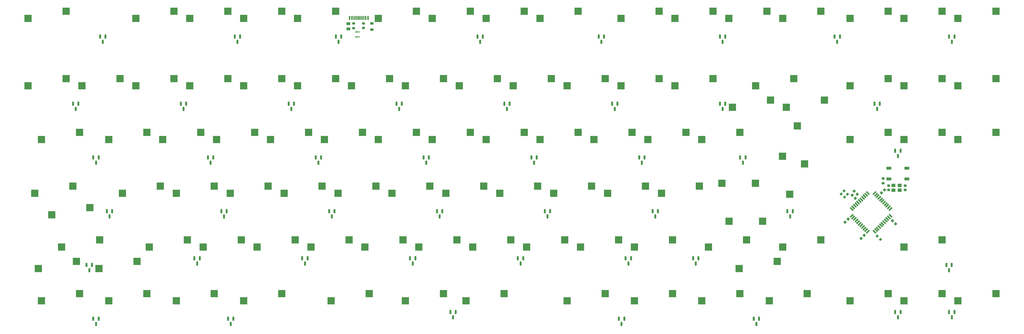
<source format=gbr>
%TF.GenerationSoftware,KiCad,Pcbnew,(6.0.4-0)*%
%TF.CreationDate,2022-05-31T11:41:51+03:00*%
%TF.ProjectId,Supernova_Hotswap,53757065-726e-46f7-9661-5f486f747377,rev?*%
%TF.SameCoordinates,Original*%
%TF.FileFunction,Paste,Bot*%
%TF.FilePolarity,Positive*%
%FSLAX46Y46*%
G04 Gerber Fmt 4.6, Leading zero omitted, Abs format (unit mm)*
G04 Created by KiCad (PCBNEW (6.0.4-0)) date 2022-05-31 11:41:51*
%MOMM*%
%LPD*%
G01*
G04 APERTURE LIST*
G04 Aperture macros list*
%AMRoundRect*
0 Rectangle with rounded corners*
0 $1 Rounding radius*
0 $2 $3 $4 $5 $6 $7 $8 $9 X,Y pos of 4 corners*
0 Add a 4 corners polygon primitive as box body*
4,1,4,$2,$3,$4,$5,$6,$7,$8,$9,$2,$3,0*
0 Add four circle primitives for the rounded corners*
1,1,$1+$1,$2,$3*
1,1,$1+$1,$4,$5*
1,1,$1+$1,$6,$7*
1,1,$1+$1,$8,$9*
0 Add four rect primitives between the rounded corners*
20,1,$1+$1,$2,$3,$4,$5,0*
20,1,$1+$1,$4,$5,$6,$7,0*
20,1,$1+$1,$6,$7,$8,$9,0*
20,1,$1+$1,$8,$9,$2,$3,0*%
%AMRotRect*
0 Rectangle, with rotation*
0 The origin of the aperture is its center*
0 $1 length*
0 $2 width*
0 $3 Rotation angle, in degrees counterclockwise*
0 Add horizontal line*
21,1,$1,$2,0,0,$3*%
G04 Aperture macros list end*
%ADD10RoundRect,0.150000X-0.150000X0.587500X-0.150000X-0.587500X0.150000X-0.587500X0.150000X0.587500X0*%
%ADD11R,2.550000X2.500000*%
%ADD12R,2.500000X2.550000*%
%ADD13R,0.375000X0.500000*%
%ADD14R,0.300000X0.650000*%
%ADD15RoundRect,0.200000X0.275000X-0.200000X0.275000X0.200000X-0.275000X0.200000X-0.275000X-0.200000X0*%
%ADD16RoundRect,0.200000X-0.335876X-0.053033X-0.053033X-0.335876X0.335876X0.053033X0.053033X0.335876X0*%
%ADD17R,0.600000X1.450000*%
%ADD18R,0.300000X1.450000*%
%ADD19RoundRect,0.200000X0.335876X0.053033X0.053033X0.335876X-0.335876X-0.053033X-0.053033X-0.335876X0*%
%ADD20RoundRect,0.225000X-0.335876X-0.017678X-0.017678X-0.335876X0.335876X0.017678X0.017678X0.335876X0*%
%ADD21RoundRect,0.218750X-0.381250X0.218750X-0.381250X-0.218750X0.381250X-0.218750X0.381250X0.218750X0*%
%ADD22RoundRect,0.200000X-0.275000X0.200000X-0.275000X-0.200000X0.275000X-0.200000X0.275000X0.200000X0*%
%ADD23RoundRect,0.225000X0.335876X0.017678X0.017678X0.335876X-0.335876X-0.017678X-0.017678X-0.335876X0*%
%ADD24RoundRect,0.225000X-0.017678X0.335876X-0.335876X0.017678X0.017678X-0.335876X0.335876X-0.017678X0*%
%ADD25RotRect,1.500000X0.550000X315.000000*%
%ADD26RotRect,1.500000X0.550000X225.000000*%
%ADD27RoundRect,0.225000X0.017678X-0.335876X0.335876X-0.017678X-0.017678X0.335876X-0.335876X0.017678X0*%
%ADD28RoundRect,0.225000X-0.250000X0.225000X-0.250000X-0.225000X0.250000X-0.225000X0.250000X0.225000X0*%
%ADD29RoundRect,0.225000X0.250000X-0.225000X0.250000X0.225000X-0.250000X0.225000X-0.250000X-0.225000X0*%
%ADD30RoundRect,0.243750X0.456250X-0.243750X0.456250X0.243750X-0.456250X0.243750X-0.456250X-0.243750X0*%
%ADD31R,1.400000X1.200000*%
%ADD32R,1.700000X1.000000*%
G04 APERTURE END LIST*
D10*
%TO.C,KD18*%
X96681250Y-84787500D03*
X98581250Y-84787500D03*
X97631250Y-86662500D03*
%TD*%
D11*
%TO.C,K10*%
X242671250Y-35560000D03*
X256121250Y-33020000D03*
%TD*%
D12*
%TO.C,K63*%
X280828750Y-107372500D03*
X278288750Y-93922500D03*
%TD*%
D11*
%TO.C,K49*%
X342683750Y-78422500D03*
X356133750Y-75882500D03*
%TD*%
D13*
%TO.C,U2*%
X148960150Y-40323400D03*
D14*
X149497650Y-40248400D03*
D13*
X150035150Y-40323400D03*
X150035150Y-42023400D03*
D14*
X149497650Y-42098400D03*
D13*
X148960150Y-42023400D03*
%TD*%
D11*
%TO.C,K61*%
X237908750Y-97472500D03*
X251358750Y-94932500D03*
%TD*%
D10*
%TO.C,KD15*%
X277656250Y-65737500D03*
X279556250Y-65737500D03*
X278606250Y-67612500D03*
%TD*%
D11*
%TO.C,K24*%
X166471250Y-59372500D03*
X179921250Y-56832500D03*
%TD*%
D12*
%TO.C,K63a1*%
X292735000Y-107372500D03*
X290195000Y-93922500D03*
%TD*%
D10*
%TO.C,KD29*%
X215743750Y-103837500D03*
X217643750Y-103837500D03*
X216693750Y-105712500D03*
%TD*%
D11*
%TO.C,K80*%
X37883750Y-135572500D03*
X51333750Y-133032500D03*
%TD*%
D12*
%TO.C,K47*%
X304958750Y-73602500D03*
X307498750Y-87052500D03*
%TD*%
D10*
%TO.C,KD45*%
X289562500Y-141937500D03*
X291462500Y-141937500D03*
X290512500Y-143812500D03*
%TD*%
D15*
%TO.C,R1*%
X148227650Y-38975800D03*
X148227650Y-37325800D03*
%TD*%
D11*
%TO.C,K57*%
X161708750Y-97472500D03*
X175158750Y-94932500D03*
%TD*%
%TO.C,K43*%
X214096250Y-78422500D03*
X227546250Y-75882500D03*
%TD*%
D16*
%TO.C,R4*%
X321543087Y-96665637D03*
X322709813Y-97832363D03*
%TD*%
D11*
%TO.C,K52*%
X66458750Y-97472500D03*
X79908750Y-94932500D03*
%TD*%
%TO.C,K90*%
X323633750Y-135572500D03*
X337083750Y-133032500D03*
%TD*%
%TO.C,K85*%
X187902500Y-135572500D03*
X201352500Y-133032500D03*
%TD*%
%TO.C,K46*%
X271246250Y-78422500D03*
X284696250Y-75882500D03*
%TD*%
D10*
%TO.C,KD32*%
X358618750Y-139556250D03*
X360518750Y-139556250D03*
X359568750Y-141431250D03*
%TD*%
%TO.C,KD22*%
X249081250Y-84787500D03*
X250981250Y-84787500D03*
X250031250Y-86662500D03*
%TD*%
%TO.C,KD44*%
X241937500Y-141937500D03*
X243837500Y-141937500D03*
X242887500Y-143812500D03*
%TD*%
D11*
%TO.C,K84a1*%
X166471250Y-135572500D03*
X179921250Y-133032500D03*
%TD*%
%TO.C,K54*%
X104558750Y-97472500D03*
X118008750Y-94932500D03*
%TD*%
D17*
%TO.C,J1*%
X146768750Y-35362000D03*
X147568750Y-35362000D03*
D18*
X148768750Y-35362000D03*
X149768750Y-35362000D03*
X150268750Y-35362000D03*
X151268750Y-35362000D03*
D17*
X152468750Y-35362000D03*
X153268750Y-35362000D03*
X153268750Y-35362000D03*
X152468750Y-35362000D03*
D18*
X151768750Y-35362000D03*
X150768750Y-35362000D03*
X149268750Y-35362000D03*
X148268750Y-35362000D03*
D17*
X147568750Y-35362000D03*
X146768750Y-35362000D03*
%TD*%
D11*
%TO.C,K30a1*%
X290296250Y-59372500D03*
X303746250Y-56832500D03*
%TD*%
D19*
%TO.C,R5*%
X321659813Y-98882363D03*
X320493087Y-97715637D03*
%TD*%
D10*
%TO.C,KD5*%
X234793750Y-41925000D03*
X236693750Y-41925000D03*
X235743750Y-43800000D03*
%TD*%
D11*
%TO.C,K20*%
X90271250Y-59372500D03*
X103721250Y-56832500D03*
%TD*%
%TO.C,K15*%
X342683750Y-35560000D03*
X356133750Y-33020000D03*
%TD*%
D10*
%TO.C,KD7*%
X318137500Y-41925000D03*
X320037500Y-41925000D03*
X319087500Y-43800000D03*
%TD*%
%TO.C,KD26*%
X101443750Y-103837500D03*
X103343750Y-103837500D03*
X102393750Y-105712500D03*
%TD*%
D11*
%TO.C,K40*%
X156946250Y-78422500D03*
X170396250Y-75882500D03*
%TD*%
D20*
%TO.C,C3*%
X338611842Y-107249592D03*
X339707858Y-108345608D03*
%TD*%
D11*
%TO.C,K11*%
X261721250Y-35560000D03*
X275171250Y-33020000D03*
%TD*%
%TO.C,K69*%
X114083750Y-116522500D03*
X127533750Y-113982500D03*
%TD*%
%TO.C,K81*%
X61696250Y-135572500D03*
X75146250Y-133032500D03*
%TD*%
%TO.C,K1*%
X33121250Y-35560000D03*
X46571250Y-33020000D03*
%TD*%
%TO.C,K83*%
X109321250Y-135572500D03*
X122771250Y-133032500D03*
%TD*%
D10*
%TO.C,KD13*%
X201456250Y-65737500D03*
X203356250Y-65737500D03*
X202406250Y-67612500D03*
%TD*%
D11*
%TO.C,K86*%
X223621250Y-135572500D03*
X237071250Y-133032500D03*
%TD*%
%TO.C,K48*%
X323633750Y-78422500D03*
X337083750Y-75882500D03*
%TD*%
D10*
%TO.C,KD46*%
X339568750Y-139556250D03*
X341468750Y-139556250D03*
X340518750Y-141431250D03*
%TD*%
D21*
%TO.C,FB1*%
X154628450Y-37342300D03*
X154628450Y-39467300D03*
%TD*%
D10*
%TO.C,KD28*%
X177643750Y-103837500D03*
X179543750Y-103837500D03*
X178593750Y-105712500D03*
%TD*%
%TO.C,KD23*%
X284800000Y-84787500D03*
X286700000Y-84787500D03*
X285750000Y-86662500D03*
%TD*%
D11*
%TO.C,K30*%
X295491250Y-64452500D03*
X282041250Y-66992500D03*
%TD*%
D10*
%TO.C,KD31*%
X301468750Y-103837500D03*
X303368750Y-103837500D03*
X302418750Y-105712500D03*
%TD*%
D11*
%TO.C,K3*%
X90271250Y-35560000D03*
X103721250Y-33020000D03*
%TD*%
D15*
%TO.C,R3*%
X335299050Y-93916000D03*
X335299050Y-92266000D03*
%TD*%
D11*
%TO.C,K44*%
X233146250Y-78422500D03*
X246596250Y-75882500D03*
%TD*%
D10*
%TO.C,KD43*%
X182406250Y-139556250D03*
X184306250Y-139556250D03*
X183356250Y-141431250D03*
%TD*%
D11*
%TO.C,K91*%
X342683750Y-135572500D03*
X356133750Y-133032500D03*
%TD*%
%TO.C,K88*%
X271246250Y-135572500D03*
X284696250Y-133032500D03*
%TD*%
%TO.C,K41*%
X175996250Y-78422500D03*
X189446250Y-75882500D03*
%TD*%
%TO.C,K77a1*%
X297872500Y-121602500D03*
X284422500Y-124142500D03*
%TD*%
%TO.C,K64*%
X361733750Y-59372500D03*
X375183750Y-56832500D03*
%TD*%
%TO.C,K89*%
X295058750Y-135572500D03*
X308508750Y-133032500D03*
%TD*%
%TO.C,K36*%
X80746250Y-78422500D03*
X94196250Y-75882500D03*
%TD*%
D10*
%TO.C,KD11*%
X125256250Y-65737500D03*
X127156250Y-65737500D03*
X126206250Y-67612500D03*
%TD*%
D11*
%TO.C,K18*%
X52171250Y-59372500D03*
X65621250Y-56832500D03*
%TD*%
%TO.C,K74*%
X209333750Y-116522500D03*
X222783750Y-113982500D03*
%TD*%
%TO.C,K82*%
X85508750Y-135572500D03*
X98958750Y-133032500D03*
%TD*%
%TO.C,K67*%
X75983750Y-116522500D03*
X89433750Y-113982500D03*
%TD*%
%TO.C,K19*%
X71221250Y-59372500D03*
X84671250Y-56832500D03*
%TD*%
D10*
%TO.C,KD35*%
X130018750Y-120506250D03*
X131918750Y-120506250D03*
X130968750Y-122381250D03*
%TD*%
D11*
%TO.C,K33*%
X342683750Y-59372500D03*
X356133750Y-56832500D03*
%TD*%
%TO.C,K8*%
X195046250Y-35560000D03*
X208496250Y-33020000D03*
%TD*%
%TO.C,K37*%
X99796250Y-78422500D03*
X113246250Y-75882500D03*
%TD*%
%TO.C,K79*%
X342683750Y-116522500D03*
X356133750Y-113982500D03*
%TD*%
D22*
%TO.C,R2*%
X151707450Y-37300400D03*
X151707450Y-38950400D03*
%TD*%
D10*
%TO.C,KD40*%
X357666250Y-122887500D03*
X359566250Y-122887500D03*
X358616250Y-124762500D03*
%TD*%
%TO.C,KD38*%
X244318750Y-120506250D03*
X246218750Y-120506250D03*
X245268750Y-122381250D03*
%TD*%
D23*
%TO.C,C5*%
X326169658Y-97830008D03*
X325073642Y-96733992D03*
%TD*%
D11*
%TO.C,K31*%
X314541250Y-64452500D03*
X301091250Y-66992500D03*
%TD*%
%TO.C,K17*%
X33121250Y-59372500D03*
X46571250Y-56832500D03*
%TD*%
%TO.C,K4*%
X109321250Y-35560000D03*
X122771250Y-33020000D03*
%TD*%
D24*
%TO.C,C2*%
X328633458Y-112380392D03*
X327537442Y-113476408D03*
%TD*%
D10*
%TO.C,KD37*%
X206218750Y-120506250D03*
X208118750Y-120506250D03*
X207168750Y-122381250D03*
%TD*%
D11*
%TO.C,K92*%
X361733750Y-135572500D03*
X375183750Y-133032500D03*
%TD*%
D10*
%TO.C,KD4*%
X191931250Y-41925000D03*
X193831250Y-41925000D03*
X192881250Y-43800000D03*
%TD*%
D11*
%TO.C,K38*%
X118846250Y-78422500D03*
X132296250Y-75882500D03*
%TD*%
D10*
%TO.C,KD10*%
X87156250Y-65737500D03*
X89056250Y-65737500D03*
X88106250Y-67612500D03*
%TD*%
D11*
%TO.C,K73*%
X190283750Y-116522500D03*
X203733750Y-113982500D03*
%TD*%
%TO.C,K68*%
X95033750Y-116522500D03*
X108483750Y-113982500D03*
%TD*%
%TO.C,K23*%
X147421250Y-59372500D03*
X160871250Y-56832500D03*
%TD*%
D10*
%TO.C,KD41*%
X56200000Y-141937500D03*
X58100000Y-141937500D03*
X57150000Y-143812500D03*
%TD*%
D11*
%TO.C,K53*%
X85508750Y-97472500D03*
X98958750Y-94932500D03*
%TD*%
%TO.C,K26*%
X204571250Y-59372500D03*
X218021250Y-56832500D03*
%TD*%
%TO.C,K50*%
X361733750Y-78422500D03*
X375183750Y-75882500D03*
%TD*%
%TO.C,K59*%
X199808750Y-97472500D03*
X213258750Y-94932500D03*
%TD*%
D10*
%TO.C,KD2*%
X106206250Y-41925000D03*
X108106250Y-41925000D03*
X107156250Y-43800000D03*
%TD*%
D11*
%TO.C,K55*%
X123608750Y-97472500D03*
X137058750Y-94932500D03*
%TD*%
D10*
%TO.C,KD25*%
X60962500Y-103837500D03*
X62862500Y-103837500D03*
X61912500Y-105712500D03*
%TD*%
%TO.C,KD39*%
X268131250Y-120506250D03*
X270031250Y-120506250D03*
X269081250Y-122381250D03*
%TD*%
D11*
%TO.C,K66*%
X71653750Y-121602500D03*
X58203750Y-124142500D03*
%TD*%
D10*
%TO.C,KD19*%
X134781250Y-84787500D03*
X136681250Y-84787500D03*
X135731250Y-86662500D03*
%TD*%
D11*
%TO.C,K72*%
X171233750Y-116522500D03*
X184683750Y-113982500D03*
%TD*%
%TO.C,K25*%
X185521250Y-59372500D03*
X198971250Y-56832500D03*
%TD*%
D10*
%TO.C,KD8*%
X358618750Y-41925000D03*
X360518750Y-41925000D03*
X359568750Y-43800000D03*
%TD*%
D11*
%TO.C,K45*%
X252196250Y-78422500D03*
X265646250Y-75882500D03*
%TD*%
D24*
%TO.C,C1*%
X322918458Y-106665392D03*
X321822442Y-107761408D03*
%TD*%
D11*
%TO.C,K13*%
X299821250Y-35560000D03*
X313271250Y-33020000D03*
%TD*%
D10*
%TO.C,KD42*%
X103825000Y-141937500D03*
X105725000Y-141937500D03*
X104775000Y-143812500D03*
%TD*%
D25*
%TO.C,U1*%
X324198314Y-103064918D03*
X324764000Y-102499233D03*
X325329685Y-101933548D03*
X325895370Y-101367862D03*
X326461056Y-100802177D03*
X327026741Y-100236491D03*
X327592427Y-99670806D03*
X328158112Y-99105120D03*
X328723798Y-98539435D03*
X329289483Y-97973750D03*
X329855168Y-97408064D03*
D26*
X332259332Y-97408064D03*
X332825017Y-97973750D03*
X333390702Y-98539435D03*
X333956388Y-99105120D03*
X334522073Y-99670806D03*
X335087759Y-100236491D03*
X335653444Y-100802177D03*
X336219130Y-101367862D03*
X336784815Y-101933548D03*
X337350500Y-102499233D03*
X337916186Y-103064918D03*
D25*
X337916186Y-105469082D03*
X337350500Y-106034767D03*
X336784815Y-106600452D03*
X336219130Y-107166138D03*
X335653444Y-107731823D03*
X335087759Y-108297509D03*
X334522073Y-108863194D03*
X333956388Y-109428880D03*
X333390702Y-109994565D03*
X332825017Y-110560250D03*
X332259332Y-111125936D03*
D26*
X329855168Y-111125936D03*
X329289483Y-110560250D03*
X328723798Y-109994565D03*
X328158112Y-109428880D03*
X327592427Y-108863194D03*
X327026741Y-108297509D03*
X326461056Y-107731823D03*
X325895370Y-107166138D03*
X325329685Y-106600452D03*
X324764000Y-106034767D03*
X324198314Y-105469082D03*
%TD*%
D11*
%TO.C,K22*%
X128371250Y-59372500D03*
X141821250Y-56832500D03*
%TD*%
%TO.C,K78*%
X299821250Y-116522500D03*
X313271250Y-113982500D03*
%TD*%
%TO.C,K7*%
X175996250Y-35560000D03*
X189446250Y-33020000D03*
%TD*%
%TO.C,K32*%
X323633750Y-59372500D03*
X337083750Y-56832500D03*
%TD*%
%TO.C,K27*%
X223621250Y-59372500D03*
X237071250Y-56832500D03*
%TD*%
%TO.C,K12*%
X280771250Y-35560000D03*
X294221250Y-33020000D03*
%TD*%
D12*
%TO.C,K47a1*%
X302260000Y-97853750D03*
X299720000Y-84403750D03*
%TD*%
D10*
%TO.C,KD14*%
X239556250Y-65737500D03*
X241456250Y-65737500D03*
X240506250Y-67612500D03*
%TD*%
D11*
%TO.C,K66a1*%
X45027500Y-116522500D03*
X58477500Y-113982500D03*
%TD*%
D10*
%TO.C,KD9*%
X49056250Y-65737500D03*
X50956250Y-65737500D03*
X50006250Y-67612500D03*
%TD*%
D11*
%TO.C,K58*%
X180758750Y-97472500D03*
X194208750Y-94932500D03*
%TD*%
%TO.C,K29*%
X261721250Y-59372500D03*
X275171250Y-56832500D03*
%TD*%
D27*
%TO.C,C4*%
X334700242Y-97372808D03*
X335796258Y-96276792D03*
%TD*%
D10*
%TO.C,KD12*%
X163356250Y-65737500D03*
X165256250Y-65737500D03*
X164306250Y-67612500D03*
%TD*%
D28*
%TO.C,C8*%
X337229450Y-94754400D03*
X337229450Y-96304400D03*
%TD*%
D10*
%TO.C,KD30*%
X253843750Y-103837500D03*
X255743750Y-103837500D03*
X254793750Y-105712500D03*
%TD*%
D11*
%TO.C,K87*%
X247433750Y-135572500D03*
X260883750Y-133032500D03*
%TD*%
%TO.C,K35*%
X61696250Y-78422500D03*
X75146250Y-75882500D03*
%TD*%
D16*
%TO.C,R6*%
X333191687Y-112649837D03*
X334358413Y-113816563D03*
%TD*%
D10*
%TO.C,KD27*%
X139543750Y-103837500D03*
X141443750Y-103837500D03*
X140493750Y-105712500D03*
%TD*%
D11*
%TO.C,K71*%
X152183750Y-116522500D03*
X165633750Y-113982500D03*
%TD*%
%TO.C,K70*%
X133133750Y-116522500D03*
X146583750Y-113982500D03*
%TD*%
%TO.C,K77*%
X273627500Y-116522500D03*
X287077500Y-113982500D03*
%TD*%
%TO.C,K65*%
X50222500Y-121602500D03*
X36772500Y-124142500D03*
%TD*%
D10*
%TO.C,KD34*%
X91918750Y-120506250D03*
X93818750Y-120506250D03*
X92868750Y-122381250D03*
%TD*%
%TO.C,KD36*%
X168118750Y-120506250D03*
X170018750Y-120506250D03*
X169068750Y-122381250D03*
%TD*%
D11*
%TO.C,K39*%
X137896250Y-78422500D03*
X151346250Y-75882500D03*
%TD*%
%TO.C,K6*%
X156946250Y-35560000D03*
X170396250Y-33020000D03*
%TD*%
D10*
%TO.C,KD20*%
X172881250Y-84787500D03*
X174781250Y-84787500D03*
X173831250Y-86662500D03*
%TD*%
D11*
%TO.C,K16*%
X361733750Y-35560000D03*
X375183750Y-33020000D03*
%TD*%
D29*
%TO.C,C7*%
X343089050Y-96304400D03*
X343089050Y-94754400D03*
%TD*%
D10*
%TO.C,KD16*%
X332266250Y-65737500D03*
X334166250Y-65737500D03*
X333216250Y-67612500D03*
%TD*%
%TO.C,KD24*%
X339568750Y-82406250D03*
X341468750Y-82406250D03*
X340518750Y-84281250D03*
%TD*%
D11*
%TO.C,K62*%
X256958750Y-97472500D03*
X270408750Y-94932500D03*
%TD*%
D30*
%TO.C,F1*%
X146373450Y-39291500D03*
X146373450Y-37416500D03*
%TD*%
D31*
%TO.C,Y1*%
X338991850Y-94679400D03*
X341191850Y-94679400D03*
X341191850Y-96379400D03*
X338991850Y-96379400D03*
%TD*%
D11*
%TO.C,K21*%
X109321250Y-59372500D03*
X122771250Y-56832500D03*
%TD*%
%TO.C,K28*%
X242671250Y-59372500D03*
X256121250Y-56832500D03*
%TD*%
%TO.C,K60*%
X218858750Y-97472500D03*
X232308750Y-94932500D03*
%TD*%
%TO.C,K84*%
X140277500Y-135572500D03*
X153727500Y-133032500D03*
%TD*%
D32*
%TO.C,SW1*%
X337368750Y-88587500D03*
X343668750Y-88587500D03*
X337368750Y-92387500D03*
X343668750Y-92387500D03*
%TD*%
D11*
%TO.C,K9*%
X214096250Y-35560000D03*
X227546250Y-33020000D03*
%TD*%
%TO.C,K51a1*%
X35502500Y-97472500D03*
X48952500Y-94932500D03*
%TD*%
%TO.C,K75*%
X228383750Y-116522500D03*
X241833750Y-113982500D03*
%TD*%
%TO.C,K42*%
X195046250Y-78422500D03*
X208496250Y-75882500D03*
%TD*%
%TO.C,K14*%
X323633750Y-35560000D03*
X337083750Y-33020000D03*
%TD*%
%TO.C,K5*%
X128371250Y-35560000D03*
X141821250Y-33020000D03*
%TD*%
%TO.C,K76*%
X247433750Y-116522500D03*
X260883750Y-113982500D03*
%TD*%
D10*
%TO.C,KD6*%
X277656250Y-41925000D03*
X279556250Y-41925000D03*
X278606250Y-43800000D03*
%TD*%
%TO.C,KD17*%
X56200000Y-84787500D03*
X58100000Y-84787500D03*
X57150000Y-86662500D03*
%TD*%
D11*
%TO.C,K51*%
X54985000Y-102552500D03*
X41535000Y-105092500D03*
%TD*%
D10*
%TO.C,KD21*%
X210981250Y-84787500D03*
X212881250Y-84787500D03*
X211931250Y-86662500D03*
%TD*%
%TO.C,KD1*%
X58581250Y-41925000D03*
X60481250Y-41925000D03*
X59531250Y-43800000D03*
%TD*%
%TO.C,KD33*%
X53818750Y-122887500D03*
X55718750Y-122887500D03*
X54768750Y-124762500D03*
%TD*%
D11*
%TO.C,K2*%
X71221250Y-35560000D03*
X84671250Y-33020000D03*
%TD*%
D10*
%TO.C,KD3*%
X141925000Y-41925000D03*
X143825000Y-41925000D03*
X142875000Y-43800000D03*
%TD*%
D11*
%TO.C,K56*%
X142658750Y-97472500D03*
X156108750Y-94932500D03*
%TD*%
D23*
%TO.C,C6*%
X325483858Y-99277808D03*
X324387842Y-98181792D03*
%TD*%
D11*
%TO.C,K34*%
X37883750Y-78422500D03*
X51333750Y-75882500D03*
%TD*%
M02*

</source>
